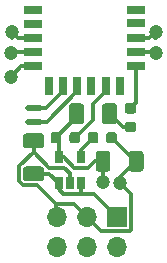
<source format=gbr>
G04 #@! TF.GenerationSoftware,KiCad,Pcbnew,(5.1.4)-1*
G04 #@! TF.CreationDate,2019-11-27T10:22:52+01:00*
G04 #@! TF.ProjectId,Breakout_v6,42726561-6b6f-4757-945f-76362e6b6963,rev?*
G04 #@! TF.SameCoordinates,Original*
G04 #@! TF.FileFunction,Copper,L1,Top*
G04 #@! TF.FilePolarity,Positive*
%FSLAX46Y46*%
G04 Gerber Fmt 4.6, Leading zero omitted, Abs format (unit mm)*
G04 Created by KiCad (PCBNEW (5.1.4)-1) date 2019-11-27 10:22:52*
%MOMM*%
%LPD*%
G04 APERTURE LIST*
%ADD10C,0.100000*%
%ADD11O,1.700000X1.700000*%
%ADD12R,1.700000X1.700000*%
%ADD13C,0.500000*%
%ADD14R,1.500000X0.700000*%
%ADD15R,0.700000X1.500000*%
%ADD16R,0.650000X1.060000*%
%ADD17C,0.875000*%
%ADD18C,1.250000*%
%ADD19C,1.200000*%
%ADD20C,0.300000*%
G04 APERTURE END LIST*
D10*
G36*
X142071600Y-79625000D02*
G01*
X141071600Y-79625000D01*
X141071600Y-79125000D01*
X142071600Y-79125000D01*
X142071600Y-79625000D01*
G37*
G36*
X142079600Y-78507400D02*
G01*
X141079600Y-78507400D01*
X141079600Y-78007400D01*
X142079600Y-78007400D01*
X142079600Y-78507400D01*
G37*
D11*
X143510000Y-89966800D03*
X143510000Y-87426800D03*
X146050000Y-89966800D03*
X146050000Y-87426800D03*
X148590000Y-89966800D03*
D12*
X148590000Y-87426800D03*
D13*
X141071600Y-79375000D03*
X142071600Y-79375000D03*
X141079600Y-78257400D03*
X142079600Y-78257400D03*
D14*
X150170000Y-69905000D03*
X150170000Y-71055000D03*
X150170000Y-72305000D03*
X150170000Y-73505000D03*
X150170000Y-74705000D03*
X141470000Y-69905000D03*
X141470000Y-71105000D03*
X141470000Y-72305000D03*
X141470000Y-73505000D03*
X141470000Y-74705000D03*
D15*
X148820000Y-76405000D03*
X147620000Y-76405000D03*
X146420000Y-76405000D03*
X145220000Y-76405000D03*
X144020000Y-76405000D03*
X142820000Y-76405000D03*
D16*
X143652200Y-82389800D03*
X145552200Y-82389800D03*
X145552200Y-84589800D03*
X144602200Y-84589800D03*
X143652200Y-84589800D03*
D10*
G36*
X145248791Y-80272653D02*
G01*
X145270026Y-80275803D01*
X145290850Y-80281019D01*
X145311062Y-80288251D01*
X145330468Y-80297430D01*
X145348881Y-80308466D01*
X145366124Y-80321254D01*
X145382030Y-80335670D01*
X145396446Y-80351576D01*
X145409234Y-80368819D01*
X145420270Y-80387232D01*
X145429449Y-80406638D01*
X145436681Y-80426850D01*
X145441897Y-80447674D01*
X145445047Y-80468909D01*
X145446100Y-80490350D01*
X145446100Y-81002850D01*
X145445047Y-81024291D01*
X145441897Y-81045526D01*
X145436681Y-81066350D01*
X145429449Y-81086562D01*
X145420270Y-81105968D01*
X145409234Y-81124381D01*
X145396446Y-81141624D01*
X145382030Y-81157530D01*
X145366124Y-81171946D01*
X145348881Y-81184734D01*
X145330468Y-81195770D01*
X145311062Y-81204949D01*
X145290850Y-81212181D01*
X145270026Y-81217397D01*
X145248791Y-81220547D01*
X145227350Y-81221600D01*
X144789850Y-81221600D01*
X144768409Y-81220547D01*
X144747174Y-81217397D01*
X144726350Y-81212181D01*
X144706138Y-81204949D01*
X144686732Y-81195770D01*
X144668319Y-81184734D01*
X144651076Y-81171946D01*
X144635170Y-81157530D01*
X144620754Y-81141624D01*
X144607966Y-81124381D01*
X144596930Y-81105968D01*
X144587751Y-81086562D01*
X144580519Y-81066350D01*
X144575303Y-81045526D01*
X144572153Y-81024291D01*
X144571100Y-81002850D01*
X144571100Y-80490350D01*
X144572153Y-80468909D01*
X144575303Y-80447674D01*
X144580519Y-80426850D01*
X144587751Y-80406638D01*
X144596930Y-80387232D01*
X144607966Y-80368819D01*
X144620754Y-80351576D01*
X144635170Y-80335670D01*
X144651076Y-80321254D01*
X144668319Y-80308466D01*
X144686732Y-80297430D01*
X144706138Y-80288251D01*
X144726350Y-80281019D01*
X144747174Y-80275803D01*
X144768409Y-80272653D01*
X144789850Y-80271600D01*
X145227350Y-80271600D01*
X145248791Y-80272653D01*
X145248791Y-80272653D01*
G37*
D17*
X145008600Y-80746600D03*
D10*
G36*
X143673791Y-80272653D02*
G01*
X143695026Y-80275803D01*
X143715850Y-80281019D01*
X143736062Y-80288251D01*
X143755468Y-80297430D01*
X143773881Y-80308466D01*
X143791124Y-80321254D01*
X143807030Y-80335670D01*
X143821446Y-80351576D01*
X143834234Y-80368819D01*
X143845270Y-80387232D01*
X143854449Y-80406638D01*
X143861681Y-80426850D01*
X143866897Y-80447674D01*
X143870047Y-80468909D01*
X143871100Y-80490350D01*
X143871100Y-81002850D01*
X143870047Y-81024291D01*
X143866897Y-81045526D01*
X143861681Y-81066350D01*
X143854449Y-81086562D01*
X143845270Y-81105968D01*
X143834234Y-81124381D01*
X143821446Y-81141624D01*
X143807030Y-81157530D01*
X143791124Y-81171946D01*
X143773881Y-81184734D01*
X143755468Y-81195770D01*
X143736062Y-81204949D01*
X143715850Y-81212181D01*
X143695026Y-81217397D01*
X143673791Y-81220547D01*
X143652350Y-81221600D01*
X143214850Y-81221600D01*
X143193409Y-81220547D01*
X143172174Y-81217397D01*
X143151350Y-81212181D01*
X143131138Y-81204949D01*
X143111732Y-81195770D01*
X143093319Y-81184734D01*
X143076076Y-81171946D01*
X143060170Y-81157530D01*
X143045754Y-81141624D01*
X143032966Y-81124381D01*
X143021930Y-81105968D01*
X143012751Y-81086562D01*
X143005519Y-81066350D01*
X143000303Y-81045526D01*
X142997153Y-81024291D01*
X142996100Y-81002850D01*
X142996100Y-80490350D01*
X142997153Y-80468909D01*
X143000303Y-80447674D01*
X143005519Y-80426850D01*
X143012751Y-80406638D01*
X143021930Y-80387232D01*
X143032966Y-80368819D01*
X143045754Y-80351576D01*
X143060170Y-80335670D01*
X143076076Y-80321254D01*
X143093319Y-80308466D01*
X143111732Y-80297430D01*
X143131138Y-80288251D01*
X143151350Y-80281019D01*
X143172174Y-80275803D01*
X143193409Y-80272653D01*
X143214850Y-80271600D01*
X143652350Y-80271600D01*
X143673791Y-80272653D01*
X143673791Y-80272653D01*
G37*
D17*
X143433600Y-80746600D03*
D10*
G36*
X150010691Y-77820753D02*
G01*
X150031926Y-77823903D01*
X150052750Y-77829119D01*
X150072962Y-77836351D01*
X150092368Y-77845530D01*
X150110781Y-77856566D01*
X150128024Y-77869354D01*
X150143930Y-77883770D01*
X150158346Y-77899676D01*
X150171134Y-77916919D01*
X150182170Y-77935332D01*
X150191349Y-77954738D01*
X150198581Y-77974950D01*
X150203797Y-77995774D01*
X150206947Y-78017009D01*
X150208000Y-78038450D01*
X150208000Y-78475950D01*
X150206947Y-78497391D01*
X150203797Y-78518626D01*
X150198581Y-78539450D01*
X150191349Y-78559662D01*
X150182170Y-78579068D01*
X150171134Y-78597481D01*
X150158346Y-78614724D01*
X150143930Y-78630630D01*
X150128024Y-78645046D01*
X150110781Y-78657834D01*
X150092368Y-78668870D01*
X150072962Y-78678049D01*
X150052750Y-78685281D01*
X150031926Y-78690497D01*
X150010691Y-78693647D01*
X149989250Y-78694700D01*
X149476750Y-78694700D01*
X149455309Y-78693647D01*
X149434074Y-78690497D01*
X149413250Y-78685281D01*
X149393038Y-78678049D01*
X149373632Y-78668870D01*
X149355219Y-78657834D01*
X149337976Y-78645046D01*
X149322070Y-78630630D01*
X149307654Y-78614724D01*
X149294866Y-78597481D01*
X149283830Y-78579068D01*
X149274651Y-78559662D01*
X149267419Y-78539450D01*
X149262203Y-78518626D01*
X149259053Y-78497391D01*
X149258000Y-78475950D01*
X149258000Y-78038450D01*
X149259053Y-78017009D01*
X149262203Y-77995774D01*
X149267419Y-77974950D01*
X149274651Y-77954738D01*
X149283830Y-77935332D01*
X149294866Y-77916919D01*
X149307654Y-77899676D01*
X149322070Y-77883770D01*
X149337976Y-77869354D01*
X149355219Y-77856566D01*
X149373632Y-77845530D01*
X149393038Y-77836351D01*
X149413250Y-77829119D01*
X149434074Y-77823903D01*
X149455309Y-77820753D01*
X149476750Y-77819700D01*
X149989250Y-77819700D01*
X150010691Y-77820753D01*
X150010691Y-77820753D01*
G37*
D17*
X149733000Y-78257200D03*
D10*
G36*
X150010691Y-79395753D02*
G01*
X150031926Y-79398903D01*
X150052750Y-79404119D01*
X150072962Y-79411351D01*
X150092368Y-79420530D01*
X150110781Y-79431566D01*
X150128024Y-79444354D01*
X150143930Y-79458770D01*
X150158346Y-79474676D01*
X150171134Y-79491919D01*
X150182170Y-79510332D01*
X150191349Y-79529738D01*
X150198581Y-79549950D01*
X150203797Y-79570774D01*
X150206947Y-79592009D01*
X150208000Y-79613450D01*
X150208000Y-80050950D01*
X150206947Y-80072391D01*
X150203797Y-80093626D01*
X150198581Y-80114450D01*
X150191349Y-80134662D01*
X150182170Y-80154068D01*
X150171134Y-80172481D01*
X150158346Y-80189724D01*
X150143930Y-80205630D01*
X150128024Y-80220046D01*
X150110781Y-80232834D01*
X150092368Y-80243870D01*
X150072962Y-80253049D01*
X150052750Y-80260281D01*
X150031926Y-80265497D01*
X150010691Y-80268647D01*
X149989250Y-80269700D01*
X149476750Y-80269700D01*
X149455309Y-80268647D01*
X149434074Y-80265497D01*
X149413250Y-80260281D01*
X149393038Y-80253049D01*
X149373632Y-80243870D01*
X149355219Y-80232834D01*
X149337976Y-80220046D01*
X149322070Y-80205630D01*
X149307654Y-80189724D01*
X149294866Y-80172481D01*
X149283830Y-80154068D01*
X149274651Y-80134662D01*
X149267419Y-80114450D01*
X149262203Y-80093626D01*
X149259053Y-80072391D01*
X149258000Y-80050950D01*
X149258000Y-79613450D01*
X149259053Y-79592009D01*
X149262203Y-79570774D01*
X149267419Y-79549950D01*
X149274651Y-79529738D01*
X149283830Y-79510332D01*
X149294866Y-79491919D01*
X149307654Y-79474676D01*
X149322070Y-79458770D01*
X149337976Y-79444354D01*
X149355219Y-79431566D01*
X149373632Y-79420530D01*
X149393038Y-79411351D01*
X149413250Y-79404119D01*
X149434074Y-79398903D01*
X149455309Y-79395753D01*
X149476750Y-79394700D01*
X149989250Y-79394700D01*
X150010691Y-79395753D01*
X150010691Y-79395753D01*
G37*
D17*
X149733000Y-79832200D03*
D10*
G36*
X145560504Y-77840804D02*
G01*
X145584773Y-77844404D01*
X145608571Y-77850365D01*
X145631671Y-77858630D01*
X145653849Y-77869120D01*
X145674893Y-77881733D01*
X145694598Y-77896347D01*
X145712777Y-77912823D01*
X145729253Y-77931002D01*
X145743867Y-77950707D01*
X145756480Y-77971751D01*
X145766970Y-77993929D01*
X145775235Y-78017029D01*
X145781196Y-78040827D01*
X145784796Y-78065096D01*
X145786000Y-78089600D01*
X145786000Y-79339600D01*
X145784796Y-79364104D01*
X145781196Y-79388373D01*
X145775235Y-79412171D01*
X145766970Y-79435271D01*
X145756480Y-79457449D01*
X145743867Y-79478493D01*
X145729253Y-79498198D01*
X145712777Y-79516377D01*
X145694598Y-79532853D01*
X145674893Y-79547467D01*
X145653849Y-79560080D01*
X145631671Y-79570570D01*
X145608571Y-79578835D01*
X145584773Y-79584796D01*
X145560504Y-79588396D01*
X145536000Y-79589600D01*
X144786000Y-79589600D01*
X144761496Y-79588396D01*
X144737227Y-79584796D01*
X144713429Y-79578835D01*
X144690329Y-79570570D01*
X144668151Y-79560080D01*
X144647107Y-79547467D01*
X144627402Y-79532853D01*
X144609223Y-79516377D01*
X144592747Y-79498198D01*
X144578133Y-79478493D01*
X144565520Y-79457449D01*
X144555030Y-79435271D01*
X144546765Y-79412171D01*
X144540804Y-79388373D01*
X144537204Y-79364104D01*
X144536000Y-79339600D01*
X144536000Y-78089600D01*
X144537204Y-78065096D01*
X144540804Y-78040827D01*
X144546765Y-78017029D01*
X144555030Y-77993929D01*
X144565520Y-77971751D01*
X144578133Y-77950707D01*
X144592747Y-77931002D01*
X144609223Y-77912823D01*
X144627402Y-77896347D01*
X144647107Y-77881733D01*
X144668151Y-77869120D01*
X144690329Y-77858630D01*
X144713429Y-77850365D01*
X144737227Y-77844404D01*
X144761496Y-77840804D01*
X144786000Y-77839600D01*
X145536000Y-77839600D01*
X145560504Y-77840804D01*
X145560504Y-77840804D01*
G37*
D18*
X145161000Y-78714600D03*
D10*
G36*
X148360504Y-77840804D02*
G01*
X148384773Y-77844404D01*
X148408571Y-77850365D01*
X148431671Y-77858630D01*
X148453849Y-77869120D01*
X148474893Y-77881733D01*
X148494598Y-77896347D01*
X148512777Y-77912823D01*
X148529253Y-77931002D01*
X148543867Y-77950707D01*
X148556480Y-77971751D01*
X148566970Y-77993929D01*
X148575235Y-78017029D01*
X148581196Y-78040827D01*
X148584796Y-78065096D01*
X148586000Y-78089600D01*
X148586000Y-79339600D01*
X148584796Y-79364104D01*
X148581196Y-79388373D01*
X148575235Y-79412171D01*
X148566970Y-79435271D01*
X148556480Y-79457449D01*
X148543867Y-79478493D01*
X148529253Y-79498198D01*
X148512777Y-79516377D01*
X148494598Y-79532853D01*
X148474893Y-79547467D01*
X148453849Y-79560080D01*
X148431671Y-79570570D01*
X148408571Y-79578835D01*
X148384773Y-79584796D01*
X148360504Y-79588396D01*
X148336000Y-79589600D01*
X147586000Y-79589600D01*
X147561496Y-79588396D01*
X147537227Y-79584796D01*
X147513429Y-79578835D01*
X147490329Y-79570570D01*
X147468151Y-79560080D01*
X147447107Y-79547467D01*
X147427402Y-79532853D01*
X147409223Y-79516377D01*
X147392747Y-79498198D01*
X147378133Y-79478493D01*
X147365520Y-79457449D01*
X147355030Y-79435271D01*
X147346765Y-79412171D01*
X147340804Y-79388373D01*
X147337204Y-79364104D01*
X147336000Y-79339600D01*
X147336000Y-78089600D01*
X147337204Y-78065096D01*
X147340804Y-78040827D01*
X147346765Y-78017029D01*
X147355030Y-77993929D01*
X147365520Y-77971751D01*
X147378133Y-77950707D01*
X147392747Y-77931002D01*
X147409223Y-77912823D01*
X147427402Y-77896347D01*
X147447107Y-77881733D01*
X147468151Y-77869120D01*
X147490329Y-77858630D01*
X147513429Y-77850365D01*
X147537227Y-77844404D01*
X147561496Y-77840804D01*
X147586000Y-77839600D01*
X148336000Y-77839600D01*
X148360504Y-77840804D01*
X148360504Y-77840804D01*
G37*
D18*
X147961000Y-78714600D03*
D10*
G36*
X142178304Y-83176804D02*
G01*
X142202573Y-83180404D01*
X142226371Y-83186365D01*
X142249471Y-83194630D01*
X142271649Y-83205120D01*
X142292693Y-83217733D01*
X142312398Y-83232347D01*
X142330577Y-83248823D01*
X142347053Y-83267002D01*
X142361667Y-83286707D01*
X142374280Y-83307751D01*
X142384770Y-83329929D01*
X142393035Y-83353029D01*
X142398996Y-83376827D01*
X142402596Y-83401096D01*
X142403800Y-83425600D01*
X142403800Y-84175600D01*
X142402596Y-84200104D01*
X142398996Y-84224373D01*
X142393035Y-84248171D01*
X142384770Y-84271271D01*
X142374280Y-84293449D01*
X142361667Y-84314493D01*
X142347053Y-84334198D01*
X142330577Y-84352377D01*
X142312398Y-84368853D01*
X142292693Y-84383467D01*
X142271649Y-84396080D01*
X142249471Y-84406570D01*
X142226371Y-84414835D01*
X142202573Y-84420796D01*
X142178304Y-84424396D01*
X142153800Y-84425600D01*
X140903800Y-84425600D01*
X140879296Y-84424396D01*
X140855027Y-84420796D01*
X140831229Y-84414835D01*
X140808129Y-84406570D01*
X140785951Y-84396080D01*
X140764907Y-84383467D01*
X140745202Y-84368853D01*
X140727023Y-84352377D01*
X140710547Y-84334198D01*
X140695933Y-84314493D01*
X140683320Y-84293449D01*
X140672830Y-84271271D01*
X140664565Y-84248171D01*
X140658604Y-84224373D01*
X140655004Y-84200104D01*
X140653800Y-84175600D01*
X140653800Y-83425600D01*
X140655004Y-83401096D01*
X140658604Y-83376827D01*
X140664565Y-83353029D01*
X140672830Y-83329929D01*
X140683320Y-83307751D01*
X140695933Y-83286707D01*
X140710547Y-83267002D01*
X140727023Y-83248823D01*
X140745202Y-83232347D01*
X140764907Y-83217733D01*
X140785951Y-83205120D01*
X140808129Y-83194630D01*
X140831229Y-83186365D01*
X140855027Y-83180404D01*
X140879296Y-83176804D01*
X140903800Y-83175600D01*
X142153800Y-83175600D01*
X142178304Y-83176804D01*
X142178304Y-83176804D01*
G37*
D18*
X141528800Y-83800600D03*
D10*
G36*
X142178304Y-80376804D02*
G01*
X142202573Y-80380404D01*
X142226371Y-80386365D01*
X142249471Y-80394630D01*
X142271649Y-80405120D01*
X142292693Y-80417733D01*
X142312398Y-80432347D01*
X142330577Y-80448823D01*
X142347053Y-80467002D01*
X142361667Y-80486707D01*
X142374280Y-80507751D01*
X142384770Y-80529929D01*
X142393035Y-80553029D01*
X142398996Y-80576827D01*
X142402596Y-80601096D01*
X142403800Y-80625600D01*
X142403800Y-81375600D01*
X142402596Y-81400104D01*
X142398996Y-81424373D01*
X142393035Y-81448171D01*
X142384770Y-81471271D01*
X142374280Y-81493449D01*
X142361667Y-81514493D01*
X142347053Y-81534198D01*
X142330577Y-81552377D01*
X142312398Y-81568853D01*
X142292693Y-81583467D01*
X142271649Y-81596080D01*
X142249471Y-81606570D01*
X142226371Y-81614835D01*
X142202573Y-81620796D01*
X142178304Y-81624396D01*
X142153800Y-81625600D01*
X140903800Y-81625600D01*
X140879296Y-81624396D01*
X140855027Y-81620796D01*
X140831229Y-81614835D01*
X140808129Y-81606570D01*
X140785951Y-81596080D01*
X140764907Y-81583467D01*
X140745202Y-81568853D01*
X140727023Y-81552377D01*
X140710547Y-81534198D01*
X140695933Y-81514493D01*
X140683320Y-81493449D01*
X140672830Y-81471271D01*
X140664565Y-81448171D01*
X140658604Y-81424373D01*
X140655004Y-81400104D01*
X140653800Y-81375600D01*
X140653800Y-80625600D01*
X140655004Y-80601096D01*
X140658604Y-80576827D01*
X140664565Y-80553029D01*
X140672830Y-80529929D01*
X140683320Y-80507751D01*
X140695933Y-80486707D01*
X140710547Y-80467002D01*
X140727023Y-80448823D01*
X140745202Y-80432347D01*
X140764907Y-80417733D01*
X140785951Y-80405120D01*
X140808129Y-80394630D01*
X140831229Y-80386365D01*
X140855027Y-80380404D01*
X140879296Y-80376804D01*
X140903800Y-80375600D01*
X142153800Y-80375600D01*
X142178304Y-80376804D01*
X142178304Y-80376804D01*
G37*
D18*
X141528800Y-81000600D03*
D10*
G36*
X148373191Y-80272653D02*
G01*
X148394426Y-80275803D01*
X148415250Y-80281019D01*
X148435462Y-80288251D01*
X148454868Y-80297430D01*
X148473281Y-80308466D01*
X148490524Y-80321254D01*
X148506430Y-80335670D01*
X148520846Y-80351576D01*
X148533634Y-80368819D01*
X148544670Y-80387232D01*
X148553849Y-80406638D01*
X148561081Y-80426850D01*
X148566297Y-80447674D01*
X148569447Y-80468909D01*
X148570500Y-80490350D01*
X148570500Y-81002850D01*
X148569447Y-81024291D01*
X148566297Y-81045526D01*
X148561081Y-81066350D01*
X148553849Y-81086562D01*
X148544670Y-81105968D01*
X148533634Y-81124381D01*
X148520846Y-81141624D01*
X148506430Y-81157530D01*
X148490524Y-81171946D01*
X148473281Y-81184734D01*
X148454868Y-81195770D01*
X148435462Y-81204949D01*
X148415250Y-81212181D01*
X148394426Y-81217397D01*
X148373191Y-81220547D01*
X148351750Y-81221600D01*
X147914250Y-81221600D01*
X147892809Y-81220547D01*
X147871574Y-81217397D01*
X147850750Y-81212181D01*
X147830538Y-81204949D01*
X147811132Y-81195770D01*
X147792719Y-81184734D01*
X147775476Y-81171946D01*
X147759570Y-81157530D01*
X147745154Y-81141624D01*
X147732366Y-81124381D01*
X147721330Y-81105968D01*
X147712151Y-81086562D01*
X147704919Y-81066350D01*
X147699703Y-81045526D01*
X147696553Y-81024291D01*
X147695500Y-81002850D01*
X147695500Y-80490350D01*
X147696553Y-80468909D01*
X147699703Y-80447674D01*
X147704919Y-80426850D01*
X147712151Y-80406638D01*
X147721330Y-80387232D01*
X147732366Y-80368819D01*
X147745154Y-80351576D01*
X147759570Y-80335670D01*
X147775476Y-80321254D01*
X147792719Y-80308466D01*
X147811132Y-80297430D01*
X147830538Y-80288251D01*
X147850750Y-80281019D01*
X147871574Y-80275803D01*
X147892809Y-80272653D01*
X147914250Y-80271600D01*
X148351750Y-80271600D01*
X148373191Y-80272653D01*
X148373191Y-80272653D01*
G37*
D17*
X148133000Y-80746600D03*
D10*
G36*
X146798191Y-80272653D02*
G01*
X146819426Y-80275803D01*
X146840250Y-80281019D01*
X146860462Y-80288251D01*
X146879868Y-80297430D01*
X146898281Y-80308466D01*
X146915524Y-80321254D01*
X146931430Y-80335670D01*
X146945846Y-80351576D01*
X146958634Y-80368819D01*
X146969670Y-80387232D01*
X146978849Y-80406638D01*
X146986081Y-80426850D01*
X146991297Y-80447674D01*
X146994447Y-80468909D01*
X146995500Y-80490350D01*
X146995500Y-81002850D01*
X146994447Y-81024291D01*
X146991297Y-81045526D01*
X146986081Y-81066350D01*
X146978849Y-81086562D01*
X146969670Y-81105968D01*
X146958634Y-81124381D01*
X146945846Y-81141624D01*
X146931430Y-81157530D01*
X146915524Y-81171946D01*
X146898281Y-81184734D01*
X146879868Y-81195770D01*
X146860462Y-81204949D01*
X146840250Y-81212181D01*
X146819426Y-81217397D01*
X146798191Y-81220547D01*
X146776750Y-81221600D01*
X146339250Y-81221600D01*
X146317809Y-81220547D01*
X146296574Y-81217397D01*
X146275750Y-81212181D01*
X146255538Y-81204949D01*
X146236132Y-81195770D01*
X146217719Y-81184734D01*
X146200476Y-81171946D01*
X146184570Y-81157530D01*
X146170154Y-81141624D01*
X146157366Y-81124381D01*
X146146330Y-81105968D01*
X146137151Y-81086562D01*
X146129919Y-81066350D01*
X146124703Y-81045526D01*
X146121553Y-81024291D01*
X146120500Y-81002850D01*
X146120500Y-80490350D01*
X146121553Y-80468909D01*
X146124703Y-80447674D01*
X146129919Y-80426850D01*
X146137151Y-80406638D01*
X146146330Y-80387232D01*
X146157366Y-80368819D01*
X146170154Y-80351576D01*
X146184570Y-80335670D01*
X146200476Y-80321254D01*
X146217719Y-80308466D01*
X146236132Y-80297430D01*
X146255538Y-80288251D01*
X146275750Y-80281019D01*
X146296574Y-80275803D01*
X146317809Y-80272653D01*
X146339250Y-80271600D01*
X146776750Y-80271600D01*
X146798191Y-80272653D01*
X146798191Y-80272653D01*
G37*
D17*
X146558000Y-80746600D03*
D10*
G36*
X150615104Y-81854004D02*
G01*
X150639373Y-81857604D01*
X150663171Y-81863565D01*
X150686271Y-81871830D01*
X150708449Y-81882320D01*
X150729493Y-81894933D01*
X150749198Y-81909547D01*
X150767377Y-81926023D01*
X150783853Y-81944202D01*
X150798467Y-81963907D01*
X150811080Y-81984951D01*
X150821570Y-82007129D01*
X150829835Y-82030229D01*
X150835796Y-82054027D01*
X150839396Y-82078296D01*
X150840600Y-82102800D01*
X150840600Y-83352800D01*
X150839396Y-83377304D01*
X150835796Y-83401573D01*
X150829835Y-83425371D01*
X150821570Y-83448471D01*
X150811080Y-83470649D01*
X150798467Y-83491693D01*
X150783853Y-83511398D01*
X150767377Y-83529577D01*
X150749198Y-83546053D01*
X150729493Y-83560667D01*
X150708449Y-83573280D01*
X150686271Y-83583770D01*
X150663171Y-83592035D01*
X150639373Y-83597996D01*
X150615104Y-83601596D01*
X150590600Y-83602800D01*
X149840600Y-83602800D01*
X149816096Y-83601596D01*
X149791827Y-83597996D01*
X149768029Y-83592035D01*
X149744929Y-83583770D01*
X149722751Y-83573280D01*
X149701707Y-83560667D01*
X149682002Y-83546053D01*
X149663823Y-83529577D01*
X149647347Y-83511398D01*
X149632733Y-83491693D01*
X149620120Y-83470649D01*
X149609630Y-83448471D01*
X149601365Y-83425371D01*
X149595404Y-83401573D01*
X149591804Y-83377304D01*
X149590600Y-83352800D01*
X149590600Y-82102800D01*
X149591804Y-82078296D01*
X149595404Y-82054027D01*
X149601365Y-82030229D01*
X149609630Y-82007129D01*
X149620120Y-81984951D01*
X149632733Y-81963907D01*
X149647347Y-81944202D01*
X149663823Y-81926023D01*
X149682002Y-81909547D01*
X149701707Y-81894933D01*
X149722751Y-81882320D01*
X149744929Y-81871830D01*
X149768029Y-81863565D01*
X149791827Y-81857604D01*
X149816096Y-81854004D01*
X149840600Y-81852800D01*
X150590600Y-81852800D01*
X150615104Y-81854004D01*
X150615104Y-81854004D01*
G37*
D18*
X150215600Y-82727800D03*
D10*
G36*
X147815104Y-81854004D02*
G01*
X147839373Y-81857604D01*
X147863171Y-81863565D01*
X147886271Y-81871830D01*
X147908449Y-81882320D01*
X147929493Y-81894933D01*
X147949198Y-81909547D01*
X147967377Y-81926023D01*
X147983853Y-81944202D01*
X147998467Y-81963907D01*
X148011080Y-81984951D01*
X148021570Y-82007129D01*
X148029835Y-82030229D01*
X148035796Y-82054027D01*
X148039396Y-82078296D01*
X148040600Y-82102800D01*
X148040600Y-83352800D01*
X148039396Y-83377304D01*
X148035796Y-83401573D01*
X148029835Y-83425371D01*
X148021570Y-83448471D01*
X148011080Y-83470649D01*
X147998467Y-83491693D01*
X147983853Y-83511398D01*
X147967377Y-83529577D01*
X147949198Y-83546053D01*
X147929493Y-83560667D01*
X147908449Y-83573280D01*
X147886271Y-83583770D01*
X147863171Y-83592035D01*
X147839373Y-83597996D01*
X147815104Y-83601596D01*
X147790600Y-83602800D01*
X147040600Y-83602800D01*
X147016096Y-83601596D01*
X146991827Y-83597996D01*
X146968029Y-83592035D01*
X146944929Y-83583770D01*
X146922751Y-83573280D01*
X146901707Y-83560667D01*
X146882002Y-83546053D01*
X146863823Y-83529577D01*
X146847347Y-83511398D01*
X146832733Y-83491693D01*
X146820120Y-83470649D01*
X146809630Y-83448471D01*
X146801365Y-83425371D01*
X146795404Y-83401573D01*
X146791804Y-83377304D01*
X146790600Y-83352800D01*
X146790600Y-82102800D01*
X146791804Y-82078296D01*
X146795404Y-82054027D01*
X146801365Y-82030229D01*
X146809630Y-82007129D01*
X146820120Y-81984951D01*
X146832733Y-81963907D01*
X146847347Y-81944202D01*
X146863823Y-81926023D01*
X146882002Y-81909547D01*
X146901707Y-81894933D01*
X146922751Y-81882320D01*
X146944929Y-81871830D01*
X146968029Y-81863565D01*
X146991827Y-81857604D01*
X147016096Y-81854004D01*
X147040600Y-81852800D01*
X147790600Y-81852800D01*
X147815104Y-81854004D01*
X147815104Y-81854004D01*
G37*
D18*
X147415600Y-82727800D03*
D19*
X151866600Y-71755000D03*
X147370800Y-84531200D03*
X151866600Y-73609200D03*
X148869400Y-84582000D03*
X139649200Y-73583800D03*
X139623800Y-75565000D03*
X139700000Y-71755000D03*
D20*
X145161000Y-79019200D02*
X143433600Y-80746600D01*
X145161000Y-78714600D02*
X145161000Y-79019200D01*
X143779200Y-82440600D02*
X143779200Y-82645600D01*
X144067198Y-82389800D02*
X144947199Y-83269801D01*
X143652200Y-82389800D02*
X144067198Y-82389800D01*
X146690600Y-82727800D02*
X147415600Y-82727800D01*
X146148599Y-83269801D02*
X146690600Y-82727800D01*
X144947199Y-83269801D02*
X146148599Y-83269801D01*
X147370800Y-82772600D02*
X147415600Y-82727800D01*
X147370800Y-84531200D02*
X147370800Y-82772600D01*
X151850000Y-72305000D02*
X151866600Y-72288400D01*
X143652200Y-80965200D02*
X143433600Y-80746600D01*
X143652200Y-82389800D02*
X143652200Y-80965200D01*
X151316600Y-72305000D02*
X151866600Y-71755000D01*
X150170000Y-72305000D02*
X151316600Y-72305000D01*
X144983200Y-86360000D02*
X146050000Y-87426800D01*
X143439400Y-86360000D02*
X144983200Y-86360000D01*
X143439400Y-87356200D02*
X143510000Y-87426800D01*
X143439400Y-86360000D02*
X143439400Y-87356200D01*
X150114200Y-82727800D02*
X148133000Y-80746600D01*
X150215600Y-82727800D02*
X150114200Y-82727800D01*
X148869400Y-84074000D02*
X150215600Y-82727800D01*
X148869400Y-84582000D02*
X148869400Y-84074000D01*
X146899999Y-88276799D02*
X146050000Y-87426800D01*
X147250001Y-88626801D02*
X146899999Y-88276799D01*
X149720001Y-88626801D02*
X147250001Y-88626801D01*
X149790001Y-88556801D02*
X149720001Y-88626801D01*
X149790001Y-85502601D02*
X149790001Y-88556801D01*
X148869400Y-84582000D02*
X149790001Y-85502601D01*
X151762400Y-73505000D02*
X151866600Y-73609200D01*
X150170000Y-73505000D02*
X151762400Y-73505000D01*
X141528800Y-81725600D02*
X141528800Y-81000600D01*
X141528800Y-81952054D02*
X141528800Y-81725600D01*
X142846547Y-83269801D02*
X141528800Y-81952054D01*
X144112201Y-83269801D02*
X142846547Y-83269801D01*
X144602200Y-83759800D02*
X144112201Y-83269801D01*
X144602200Y-84589800D02*
X144602200Y-83759800D01*
X140303790Y-83177064D02*
X140303790Y-84424136D01*
X141528800Y-81952054D02*
X140303790Y-83177064D01*
X141855010Y-84775610D02*
X143439400Y-86360000D01*
X140655264Y-84775610D02*
X141855010Y-84775610D01*
X140303790Y-84424136D02*
X140655264Y-84775610D01*
X145552200Y-81752400D02*
X146558000Y-80746600D01*
X145552200Y-82389800D02*
X145552200Y-81752400D01*
X149078600Y-79832200D02*
X147961000Y-78714600D01*
X149733000Y-79832200D02*
X149078600Y-79832200D01*
X144020000Y-76405000D02*
X144020000Y-76935002D01*
X142433153Y-78257400D02*
X142079600Y-78257400D01*
X142567600Y-78257400D02*
X142433153Y-78257400D01*
X144020000Y-76805000D02*
X142567600Y-78257400D01*
X144020000Y-76405000D02*
X144020000Y-76805000D01*
X142425153Y-79375000D02*
X142071600Y-79375000D01*
X142650000Y-79375000D02*
X142425153Y-79375000D01*
X145220000Y-76805000D02*
X142650000Y-79375000D01*
X145220000Y-76405000D02*
X145220000Y-76805000D01*
X145552200Y-85419800D02*
X145552200Y-84589800D01*
X145502199Y-85469801D02*
X145552200Y-85419800D01*
X143997199Y-85469801D02*
X145502199Y-85469801D01*
X143652200Y-85124802D02*
X143997199Y-85469801D01*
X143652200Y-84589800D02*
X143652200Y-85124802D01*
X142863000Y-83800600D02*
X143652200Y-84589800D01*
X141528800Y-83800600D02*
X142863000Y-83800600D01*
X146633001Y-85469801D02*
X145502199Y-85469801D01*
X148590000Y-87426800D02*
X146633001Y-85469801D01*
X139728000Y-73505000D02*
X139649200Y-73583800D01*
X141470000Y-73505000D02*
X139728000Y-73505000D01*
X140483800Y-74705000D02*
X139623800Y-75565000D01*
X141470000Y-74705000D02*
X140483800Y-74705000D01*
X139716600Y-72305000D02*
X139700000Y-72288400D01*
X140250000Y-72305000D02*
X139700000Y-71755000D01*
X141470000Y-72305000D02*
X140250000Y-72305000D01*
X150170000Y-77820200D02*
X149733000Y-78257200D01*
X150170000Y-74705000D02*
X150170000Y-77820200D01*
X147620000Y-76805000D02*
X147620000Y-76405000D01*
X146519999Y-77905001D02*
X147620000Y-76805000D01*
X146519999Y-79235201D02*
X146519999Y-77905001D01*
X145008600Y-80746600D02*
X146519999Y-79235201D01*
M02*

</source>
